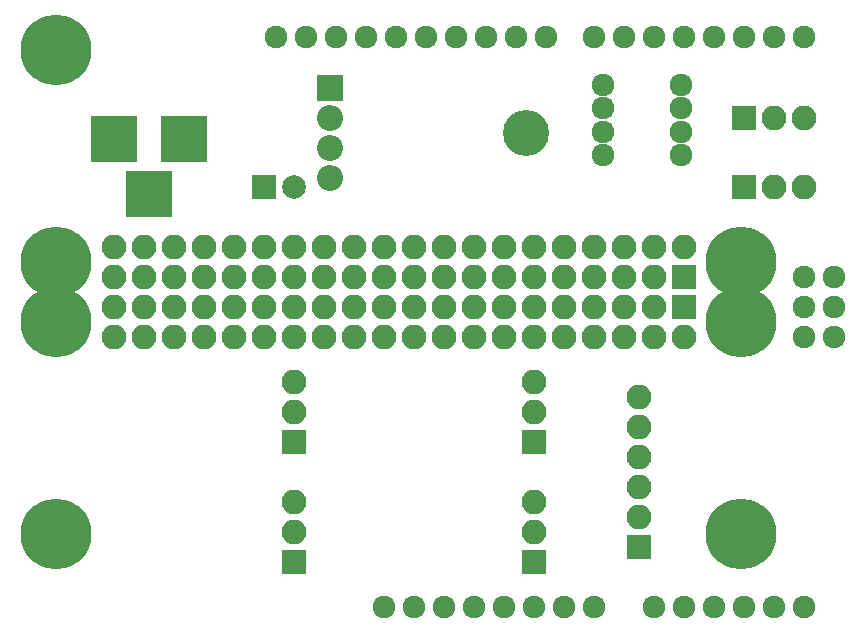
<source format=gbr>
G04 #@! TF.FileFunction,Soldermask,Bot*
%FSLAX46Y46*%
G04 Gerber Fmt 4.6, Leading zero omitted, Abs format (unit mm)*
G04 Created by KiCad (PCBNEW 4.0.7) date 2017 October 09, Monday 22:10:02*
%MOMM*%
%LPD*%
G01*
G04 APERTURE LIST*
%ADD10C,0.100000*%
%ADD11C,1.924000*%
%ADD12R,2.100000X2.100000*%
%ADD13O,2.100000X2.100000*%
%ADD14R,3.900000X3.900000*%
%ADD15C,6.000000*%
%ADD16R,2.000000X2.000000*%
%ADD17C,2.000000*%
%ADD18O,3.900000X3.900000*%
%ADD19R,2.200000X2.200000*%
%ADD20O,2.200000X2.200000*%
G04 APERTURE END LIST*
D10*
D11*
X213360000Y-88900000D03*
X210820000Y-88900000D03*
X208280000Y-88900000D03*
X200660000Y-88900000D03*
X203200000Y-88900000D03*
X205740000Y-88900000D03*
X195580000Y-88900000D03*
X193040000Y-88900000D03*
X190500000Y-88900000D03*
X185420000Y-88900000D03*
X182880000Y-88900000D03*
X213360000Y-40640000D03*
X210820000Y-40640000D03*
X208280000Y-40640000D03*
X205740000Y-40640000D03*
X203200000Y-40640000D03*
X200660000Y-40640000D03*
X198120000Y-40640000D03*
X195580000Y-40640000D03*
X191516000Y-40640000D03*
X188976000Y-40640000D03*
X186436000Y-40640000D03*
X183896000Y-40640000D03*
X181356000Y-40640000D03*
X178816000Y-40640000D03*
X176276000Y-40640000D03*
X173736000Y-40640000D03*
X187960000Y-88900000D03*
X171196000Y-40640000D03*
X168656000Y-40640000D03*
X180340000Y-88900000D03*
X177800000Y-88900000D03*
X213360000Y-60960000D03*
X215900000Y-60960000D03*
X213360000Y-63500000D03*
X215900000Y-63500000D03*
X213360000Y-66040000D03*
X215900000Y-66040000D03*
D12*
X203200000Y-60960000D03*
D13*
X203200000Y-58420000D03*
X200660000Y-60960000D03*
X200660000Y-58420000D03*
X198120000Y-60960000D03*
X198120000Y-58420000D03*
X195580000Y-60960000D03*
X195580000Y-58420000D03*
X193040000Y-60960000D03*
X193040000Y-58420000D03*
X190500000Y-60960000D03*
X190500000Y-58420000D03*
X187960000Y-60960000D03*
X187960000Y-58420000D03*
X185420000Y-60960000D03*
X185420000Y-58420000D03*
X182880000Y-60960000D03*
X182880000Y-58420000D03*
X180340000Y-60960000D03*
X180340000Y-58420000D03*
X177800000Y-60960000D03*
X177800000Y-58420000D03*
X175260000Y-60960000D03*
X175260000Y-58420000D03*
X172720000Y-60960000D03*
X172720000Y-58420000D03*
X170180000Y-60960000D03*
X170180000Y-58420000D03*
X167640000Y-60960000D03*
X167640000Y-58420000D03*
X165100000Y-60960000D03*
X165100000Y-58420000D03*
X162560000Y-60960000D03*
X162560000Y-58420000D03*
X160020000Y-60960000D03*
X160020000Y-58420000D03*
X157480000Y-60960000D03*
X157480000Y-58420000D03*
X154940000Y-60960000D03*
X154940000Y-58420000D03*
D12*
X170180000Y-85090000D03*
D13*
X170180000Y-82550000D03*
X170180000Y-80010000D03*
D14*
X160940000Y-49276000D03*
X154940000Y-49276000D03*
X157940000Y-53976000D03*
D15*
X208070000Y-59770000D03*
D16*
X167680000Y-53340000D03*
D17*
X170180000Y-53340000D03*
D11*
X202946000Y-44704000D03*
X202946000Y-46704000D03*
X202946000Y-48704000D03*
X202946000Y-50704000D03*
D12*
X208280000Y-53340000D03*
D13*
X210820000Y-53340000D03*
X213360000Y-53340000D03*
D12*
X199390000Y-83820000D03*
D13*
X199390000Y-81280000D03*
X199390000Y-78740000D03*
X199390000Y-76200000D03*
X199390000Y-73660000D03*
X199390000Y-71120000D03*
D12*
X203200000Y-63500000D03*
D13*
X203200000Y-66040000D03*
X200660000Y-63500000D03*
X200660000Y-66040000D03*
X198120000Y-63500000D03*
X198120000Y-66040000D03*
X195580000Y-63500000D03*
X195580000Y-66040000D03*
X193040000Y-63500000D03*
X193040000Y-66040000D03*
X190500000Y-63500000D03*
X190500000Y-66040000D03*
X187960000Y-63500000D03*
X187960000Y-66040000D03*
X185420000Y-63500000D03*
X185420000Y-66040000D03*
X182880000Y-63500000D03*
X182880000Y-66040000D03*
X180340000Y-63500000D03*
X180340000Y-66040000D03*
X177800000Y-63500000D03*
X177800000Y-66040000D03*
X175260000Y-63500000D03*
X175260000Y-66040000D03*
X172720000Y-63500000D03*
X172720000Y-66040000D03*
X170180000Y-63500000D03*
X170180000Y-66040000D03*
X167640000Y-63500000D03*
X167640000Y-66040000D03*
X165100000Y-63500000D03*
X165100000Y-66040000D03*
X162560000Y-63500000D03*
X162560000Y-66040000D03*
X160020000Y-63500000D03*
X160020000Y-66040000D03*
X157480000Y-63500000D03*
X157480000Y-66040000D03*
X154940000Y-63500000D03*
X154940000Y-66040000D03*
D11*
X196342000Y-44704000D03*
X196342000Y-46704000D03*
X196342000Y-48704000D03*
X196342000Y-50704000D03*
D12*
X170180000Y-74930000D03*
D13*
X170180000Y-72390000D03*
X170180000Y-69850000D03*
D12*
X190500000Y-74930000D03*
D13*
X190500000Y-72390000D03*
X190500000Y-69850000D03*
D12*
X190500000Y-85090000D03*
D13*
X190500000Y-82550000D03*
X190500000Y-80010000D03*
D12*
X208280000Y-47498000D03*
D13*
X210820000Y-47498000D03*
X213360000Y-47498000D03*
D18*
X189888000Y-48768000D03*
D19*
X173228000Y-44958000D03*
D20*
X173228000Y-47498000D03*
X173228000Y-50038000D03*
X173228000Y-52578000D03*
D15*
X150070000Y-64770000D03*
X150070000Y-82770000D03*
X150070000Y-59770000D03*
X150070000Y-41770000D03*
X208070000Y-64770000D03*
X208070000Y-82770000D03*
M02*

</source>
